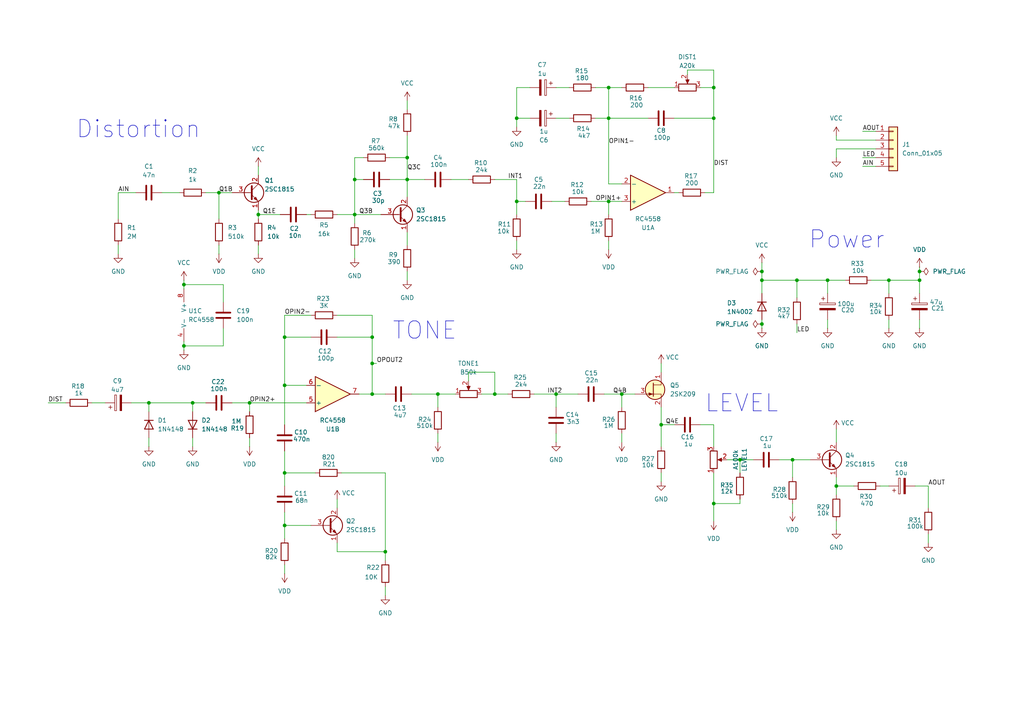
<source format=kicad_sch>
(kicad_sch (version 20231120) (generator "eeschema") (generator_version "8.0")
  (paper "A4")
  (lib_symbols
    (symbol "Amplifier_Operational:RC4558" (pin_names (offset 0.127))
      (property "Reference" "U" (at 0 5.08 0))
      (property "Value" "RC4558" (at 0 -5.08 0))
      (symbol "RC4558_1_1"
        (polyline (pts (xy -5.08 5.08) (xy 5.08 0) (xy -5.08 -5.08) (xy -5.08 5.08)) (stroke (width 0.254)) (fill (type background)))
        (pin output line (at 7.62 0 180) (length 2.54) (name "~") (number "1"))
        (pin input line (at -7.62 -2.54 0) (length 2.54) (name "-") (number "2"))
        (pin input line (at -7.62 2.54 0) (length 2.54) (name "+") (number "3"))
      )
      (symbol "RC4558_2_1"
        (polyline (pts (xy -5.08 5.08) (xy 5.08 0) (xy -5.08 -5.08) (xy -5.08 5.08)) (stroke (width 0.254)) (fill (type background)))
        (pin input line (at -7.62 2.54 0) (length 2.54) (name "+") (number "5"))
        (pin input line (at -7.62 -2.54 0) (length 2.54) (name "-") (number "6"))
        (pin output line (at 7.62 0 180) (length 2.54) (name "~") (number "7"))
      )
      (symbol "RC4558_3_1"
        (pin power_in line (at -2.54 -7.62 90) (length 3.81) (name "V-") (number "4"))
        (pin power_in line (at -2.54 7.62 270) (length 3.81) (name "V+") (number "8"))
      )
    )
    (symbol "Connector_Generic:Conn_01x05" (pin_names (offset 1.016) hide)
      (property "Reference" "J" (at 0 7.62 0))
      (property "Value" "Conn_01x05" (at 0 -7.62 0))
      (symbol "Conn_01x05_1_1"
        (rectangle (start -1.27 -4.953) (end 0 -5.207) (stroke (width 0.1524)))
        (rectangle (start -1.27 -2.413) (end 0 -2.667) (stroke (width 0.1524)))
        (rectangle (start -1.27 0.127) (end 0 -0.127) (stroke (width 0.1524)))
        (rectangle (start -1.27 2.667) (end 0 2.413) (stroke (width 0.1524)))
        (rectangle (start -1.27 5.207) (end 0 4.953) (stroke (width 0.1524)))
        (rectangle (start -1.27 6.35) (end 1.27 -6.35) (stroke (width 0.254)) (fill (type background)))
        (pin passive line (at -5.08 5.08 0) (length 3.81) (name "Pin_1") (number "1"))
        (pin passive line (at -5.08 2.54 0) (length 3.81) (name "Pin_2") (number "2"))
        (pin passive line (at -5.08 0 0) (length 3.81) (name "Pin_3") (number "3"))
        (pin passive line (at -5.08 -2.54 0) (length 3.81) (name "Pin_4") (number "4"))
        (pin passive line (at -5.08 -5.08 0) (length 3.81) (name "Pin_5") (number "5"))
      )
    )
    (symbol "Device:C" (pin_numbers hide) (pin_names (offset 0.254))
      (property "Reference" "C" (at 0.635 2.54 0))
      (property "Value" "C" (at 0.635 -2.54 0))
      (symbol "C_0_1"
        (polyline (pts (xy -2.032 -0.762) (xy 2.032 -0.762)) (stroke (width 0.508)))
        (polyline (pts (xy -2.032 0.762) (xy 2.032 0.762)) (stroke (width 0.508)))
      )
      (symbol "C_1_1"
        (pin passive line (at 0 3.81 270) (length 2.794) (name "~") (number "1"))
        (pin passive line (at 0 -3.81 90) (length 2.794) (name "~") (number "2"))
      )
    )
    (symbol "Device:C_Polarized" (pin_numbers hide) (pin_names (offset 0.254))
      (property "Reference" "C" (at 0.635 2.54 0))
      (property "Value" "C_Polarized" (at 0.635 -2.54 0))
      (symbol "C_Polarized_0_1"
        (rectangle (start -2.286 0.508) (end 2.286 1.016))
        (polyline (pts (xy -1.778 2.286) (xy -0.762 2.286)))
        (polyline (pts (xy -1.27 2.794) (xy -1.27 1.778)))
        (rectangle (start 2.286 -0.508) (end -2.286 -1.016) (fill (type outline)))
      )
      (symbol "C_Polarized_1_1"
        (pin passive line (at 0 3.81 270) (length 2.794) (name "~") (number "1"))
        (pin passive line (at 0 -3.81 90) (length 2.794) (name "~") (number "2"))
      )
    )
    (symbol "Device:R" (pin_numbers hide) (pin_names (offset 0))
      (property "Reference" "R" (at 2.032 0 90))
      (property "Value" "R" (at 0 0 90))
      (symbol "R_0_1"
        (rectangle (start -1.016 -2.54) (end 1.016 2.54) (stroke (width 0.254)))
      )
      (symbol "R_1_1"
        (pin passive line (at 0 3.81 270) (length 1.27) (name "~") (number "1"))
        (pin passive line (at 0 -3.81 90) (length 1.27) (name "~") (number "2"))
      )
    )
    (symbol "Device:R_Potentiometer" (pin_names (offset 1.016) hide)
      (property "Reference" "RV" (at -4.445 0 90))
      (property "Value" "R_Potentiometer" (at -2.54 0 90))
      (symbol "R_Potentiometer_0_1"
        (polyline (pts (xy 2.54 0) (xy 1.524 0)))
        (polyline (pts (xy 1.143 0) (xy 2.286 0.508) (xy 2.286 -0.508) (xy 1.143 0)) (fill (type outline)))
        (rectangle (start 1.016 2.54) (end -1.016 -2.54) (stroke (width 0.254)))
      )
      (symbol "R_Potentiometer_1_1"
        (pin passive line (at 0 3.81 270) (length 1.27) (name "1") (number "1"))
        (pin passive line (at 3.81 0 180) (length 1.27) (name "2") (number "2"))
        (pin passive line (at 0 -3.81 90) (length 1.27) (name "3") (number "3"))
      )
    )
    (symbol "Diode:1N4002" (pin_numbers hide) (pin_names hide)
      (property "Reference" "D" (at 0 2.54 0))
      (property "Value" "1N4002" (at 0 -2.54 0))
      (symbol "1N4002_0_1"
        (polyline (pts (xy -1.27 1.27) (xy -1.27 -1.27)) (stroke (width 0.254)))
        (polyline (pts (xy 1.27 0) (xy -1.27 0)))
        (polyline (pts (xy 1.27 1.27) (xy 1.27 -1.27) (xy -1.27 0) (xy 1.27 1.27)) (stroke (width 0.254)))
      )
      (symbol "1N4002_1_1"
        (pin passive line (at -3.81 0 0) (length 2.54) (name "K") (number "1"))
        (pin passive line (at 3.81 0 180) (length 2.54) (name "A") (number "2"))
      )
    )
    (symbol "Diode:1N4148" (pin_numbers hide) (pin_names hide)
      (property "Reference" "D" (at 0 2.54 0))
      (property "Value" "1N4148" (at 0 -2.54 0))
      (symbol "1N4148_0_1"
        (polyline (pts (xy -1.27 1.27) (xy -1.27 -1.27)) (stroke (width 0.254)))
        (polyline (pts (xy 1.27 0) (xy -1.27 0)))
        (polyline (pts (xy 1.27 1.27) (xy 1.27 -1.27) (xy -1.27 0) (xy 1.27 1.27)) (stroke (width 0.254)))
      )
      (symbol "1N4148_1_1"
        (pin passive line (at -3.81 0 0) (length 2.54) (name "K") (number "1"))
        (pin passive line (at 3.81 0 180) (length 2.54) (name "A") (number "2"))
      )
    )
    (symbol "PCM_Transistor_JFET_AKL:2SK209" (pin_names hide)
      (property "Reference" "Q" (at 5.08 1.27 0))
      (property "Value" "2SK209" (at 5.08 -1.27 0))
      (symbol "2SK209_0_1"
        (polyline (pts (xy -0.127 -1.27) (xy 0.381 -1.27)))
        (polyline (pts (xy 0.254 1.905) (xy 0.254 -1.905) (xy 0.254 -1.905)) (stroke (width 0.254)))
        (polyline (pts (xy 2.54 -2.54) (xy 2.54 -1.27) (xy 0.254 -1.27)))
        (polyline (pts (xy 2.54 2.54) (xy 2.54 1.397) (xy 0.254 1.397)))
        (polyline (pts (xy 0 -1.27) (xy -1.016 -0.889) (xy -1.016 -1.651) (xy 0 -1.27)) (fill (type outline)))
        (circle (center 0.762 0) (radius 2.8194) (stroke (width 0.254)) (fill (type background)))
      )
      (symbol "2SK209_1_1"
        (pin passive line (at 2.54 5.08 270) (length 2.54) (name "D") (number "1"))
        (pin passive line (at 2.54 -5.08 90) (length 2.54) (name "S") (number "2"))
        (pin input line (at -5.08 -1.27 0) (length 4.4958) (name "G") (number "3"))
      )
    )
    (symbol "Transistor_BJT:2SC1815" (pin_names (offset 0) hide)
      (property "Reference" "Q" (at 5.08 1.905 0))
      (property "Value" "2SC1815" (at 5.08 0 0))
      (symbol "2SC1815_0_1"
        (polyline (pts (xy 0 0) (xy 0.508 0)))
        (polyline (pts (xy 0.635 0.635) (xy 2.54 2.54)))
        (polyline (pts (xy 0.635 -0.635) (xy 2.54 -2.54) (xy 2.54 -2.54)))
        (polyline (pts (xy 0.635 1.905) (xy 0.635 -1.905) (xy 0.635 -1.905)) (stroke (width 0.508)))
        (polyline (pts (xy 1.27 -1.778) (xy 1.778 -1.27) (xy 2.286 -2.286) (xy 1.27 -1.778) (xy 1.27 -1.778)) (fill (type outline)))
        (circle (center 1.27 0) (radius 2.8194) (stroke (width 0.254)))
      )
      (symbol "2SC1815_1_1"
        (pin passive line (at 2.54 -5.08 90) (length 2.54) (name "E") (number "1"))
        (pin passive line (at 2.54 5.08 270) (length 2.54) (name "C") (number "2"))
        (pin input line (at -5.08 0 0) (length 5.08) (name "B") (number "3"))
      )
    )
    (symbol "power:GND" (power) (pin_numbers hide) (pin_names (offset 0) hide)
      (property "Value" "GND" (at 0 -3.81 0))
      (symbol "GND_0_1"
        (polyline (pts (xy 0 0) (xy 0 -1.27) (xy 1.27 -1.27) (xy 0 -2.54) (xy -1.27 -1.27) (xy 0 -1.27)))
      )
      (symbol "GND_1_1"
        (pin power_in line (at 0 0 270) (length 0) (name "~") (number "1"))
      )
    )
    (symbol "power:PWR_FLAG" (power) (pin_numbers hide) (pin_names (offset 0) hide)
      (property "Value" "PWR_FLAG" (at 0 3.81 0))
      (symbol "PWR_FLAG_0_0"
        (pin power_out line (at 0 0 90) (length 0) (name "~") (number "1"))
      )
      (symbol "PWR_FLAG_0_1"
        (polyline (pts (xy 0 0) (xy 0 1.27) (xy -1.016 1.905) (xy 0 2.54) (xy 1.016 1.905) (xy 0 1.27)))
      )
    )
    (symbol "power:VCC" (power) (pin_numbers hide) (pin_names (offset 0) hide)
      (property "Value" "VCC" (at 0 3.556 0))
      (symbol "VCC_0_1"
        (polyline (pts (xy -0.762 1.27) (xy 0 2.54)))
        (polyline (pts (xy 0 0) (xy 0 2.54)))
        (polyline (pts (xy 0 2.54) (xy 0.762 1.27)))
      )
      (symbol "VCC_1_1"
        (pin power_in line (at 0 0 90) (length 0) (name "~") (number "1"))
      )
    )
    (symbol "power:VDD" (power) (pin_numbers hide) (pin_names (offset 0) hide)
      (property "Value" "VDD" (at 0 3.556 0))
      (symbol "VDD_0_1"
        (polyline (pts (xy -0.762 1.27) (xy 0 2.54)))
        (polyline (pts (xy 0 0) (xy 0 2.54)))
        (polyline (pts (xy 0 2.54) (xy 0.762 1.27)))
      )
      (symbol "VDD_1_1"
        (pin power_in line (at 0 0 90) (length 0) (name "~") (number "1"))
      )
    )
  )
  (junction (at 74.93 62.23))
  (junction (at 176.53 58.42))
  (junction (at 266.7 81.28))
  (junction (at 55.88 116.84))
  (junction (at 149.86 58.42))
  (junction (at 149.86 34.29))
  (junction (at 102.87 52.07))
  (junction (at 111.76 160.02))
  (junction (at 180.34 114.3))
  (junction (at 102.87 62.23))
  (junction (at 72.39 116.84))
  (junction (at 176.53 25.4))
  (junction (at 63.5 55.88))
  (junction (at 207.01 34.29))
  (junction (at 82.55 111.76))
  (junction (at 118.11 52.07))
  (junction (at 257.81 81.28))
  (junction (at 214.63 133.35))
  (junction (at 82.55 152.4))
  (junction (at 143.51 114.3))
  (junction (at 107.95 105.41))
  (junction (at 231.14 81.28))
  (junction (at 118.11 45.72))
  (junction (at 229.87 133.35))
  (junction (at 107.95 114.3))
  (junction (at 127 114.3))
  (junction (at 207.01 146.05))
  (junction (at 82.55 137.16))
  (junction (at 43.18 116.84))
  (junction (at 161.29 114.3))
  (junction (at 220.98 93.98))
  (junction (at 220.98 78.74))
  (junction (at 82.55 97.79))
  (junction (at 53.34 100.33))
  (junction (at 53.34 82.55))
  (junction (at 242.57 140.97))
  (junction (at 191.77 123.19))
  (junction (at 240.03 81.28))
  (junction (at 176.53 34.29))
  (junction (at 207.01 25.4))
  (junction (at 266.7 78.74))
  (junction (at 107.95 97.79))
  (junction (at 220.98 81.28))
  (wire (pts (xy 59.69 55.88) (xy 63.5 55.88)))
  (wire (pts (xy 135.89 110.49) (xy 135.89 107.95)))
  (wire (pts (xy 199.39 20.32) (xy 207.01 20.32)))
  (wire (pts (xy 160.02 58.42) (xy 163.83 58.42)))
  (wire (pts (xy 118.11 67.31) (xy 118.11 71.12)))
  (wire (pts (xy 207.01 34.29) (xy 207.01 55.88)))
  (wire (pts (xy 214.63 133.35) (xy 214.63 137.16)))
  (wire (pts (xy 82.55 163.83) (xy 82.55 166.37)))
  (wire (pts (xy 191.77 118.11) (xy 191.77 123.19)))
  (wire (pts (xy 220.98 85.09) (xy 220.98 81.28)))
  (wire (pts (xy 82.55 137.16) (xy 91.44 137.16)))
  (wire (pts (xy 97.79 91.44) (xy 107.95 91.44)))
  (wire (pts (xy 149.86 25.4) (xy 149.86 34.29)))
  (wire (pts (xy 74.93 71.12) (xy 74.93 73.66)))
  (wire (pts (xy 118.11 52.07) (xy 123.19 52.07)))
  (wire (pts (xy 97.79 144.78) (xy 97.79 147.32)))
  (wire (pts (xy 26.67 116.84) (xy 30.48 116.84)))
  (wire (pts (xy 113.03 45.72) (xy 118.11 45.72)))
  (wire (pts (xy 220.98 93.98) (xy 220.98 95.25)))
  (wire (pts (xy 180.34 114.3) (xy 180.34 118.11)))
  (wire (pts (xy 53.34 82.55) (xy 64.77 82.55)))
  (wire (pts (xy 161.29 125.73) (xy 161.29 128.27)))
  (wire (pts (xy 63.5 71.12) (xy 63.5 73.66)))
  (wire (pts (xy 231.14 93.98) (xy 231.14 96.52)))
  (wire (pts (xy 250.19 38.1) (xy 254 38.1)))
  (wire (pts (xy 176.53 34.29) (xy 187.96 34.29)))
  (wire (pts (xy 265.43 140.97) (xy 269.24 140.97)))
  (wire (pts (xy 199.39 21.59) (xy 199.39 20.32)))
  (wire (pts (xy 107.95 114.3) (xy 111.76 114.3)))
  (wire (pts (xy 72.39 119.38) (xy 72.39 116.84)))
  (wire (pts (xy 107.95 114.3) (xy 107.95 105.41)))
  (wire (pts (xy 242.57 143.51) (xy 242.57 140.97)))
  (wire (pts (xy 176.53 34.29) (xy 176.53 53.34)))
  (wire (pts (xy 203.2 25.4) (xy 207.01 25.4)))
  (wire (pts (xy 187.96 25.4) (xy 195.58 25.4)))
  (wire (pts (xy 210.82 133.35) (xy 214.63 133.35)))
  (wire (pts (xy 242.57 124.46) (xy 242.57 128.27)))
  (wire (pts (xy 220.98 92.71) (xy 220.98 93.98)))
  (wire (pts (xy 229.87 138.43) (xy 229.87 133.35)))
  (wire (pts (xy 82.55 97.79) (xy 82.55 111.76)))
  (wire (pts (xy 220.98 78.74) (xy 220.98 81.28)))
  (wire (pts (xy 231.14 81.28) (xy 240.03 81.28)))
  (wire (pts (xy 250.19 48.26) (xy 254 48.26)))
  (wire (pts (xy 180.34 53.34) (xy 176.53 53.34)))
  (wire (pts (xy 242.57 140.97) (xy 242.57 138.43)))
  (wire (pts (xy 82.55 91.44) (xy 82.55 97.79)))
  (wire (pts (xy 53.34 99.06) (xy 53.34 100.33)))
  (wire (pts (xy 63.5 63.5) (xy 63.5 55.88)))
  (wire (pts (xy 53.34 81.28) (xy 53.34 82.55)))
  (wire (pts (xy 153.67 34.29) (xy 149.86 34.29)))
  (wire (pts (xy 82.55 130.81) (xy 82.55 137.16)))
  (wire (pts (xy 195.58 34.29) (xy 207.01 34.29)))
  (wire (pts (xy 72.39 116.84) (xy 88.9 116.84)))
  (wire (pts (xy 72.39 127) (xy 72.39 129.54)))
  (wire (pts (xy 127 125.73) (xy 127 128.27)))
  (wire (pts (xy 43.18 119.38) (xy 43.18 116.84)))
  (wire (pts (xy 74.93 62.23) (xy 81.28 62.23)))
  (wire (pts (xy 153.67 25.4) (xy 149.86 25.4)))
  (wire (pts (xy 143.51 114.3) (xy 147.32 114.3)))
  (wire (pts (xy 149.86 52.07) (xy 143.51 52.07)))
  (wire (pts (xy 82.55 137.16) (xy 82.55 140.97)))
  (wire (pts (xy 102.87 62.23) (xy 97.79 62.23)))
  (wire (pts (xy 99.06 137.16) (xy 111.76 137.16)))
  (wire (pts (xy 107.95 105.41) (xy 107.95 97.79)))
  (wire (pts (xy 242.57 43.18) (xy 254 43.18)))
  (wire (pts (xy 82.55 152.4) (xy 90.17 152.4)))
  (wire (pts (xy 214.63 144.78) (xy 214.63 146.05)))
  (wire (pts (xy 176.53 25.4) (xy 180.34 25.4)))
  (wire (pts (xy 118.11 78.74) (xy 118.11 81.28)))
  (wire (pts (xy 176.53 25.4) (xy 176.53 34.29)))
  (wire (pts (xy 111.76 137.16) (xy 111.76 160.02)))
  (wire (pts (xy 127 114.3) (xy 132.08 114.3)))
  (wire (pts (xy 105.41 45.72) (xy 102.87 45.72)))
  (wire (pts (xy 176.53 69.85) (xy 176.53 72.39)))
  (wire (pts (xy 149.86 62.23) (xy 149.86 58.42)))
  (wire (pts (xy 102.87 62.23) (xy 110.49 62.23)))
  (wire (pts (xy 118.11 29.21) (xy 118.11 31.75)))
  (wire (pts (xy 55.88 116.84) (xy 59.69 116.84)))
  (wire (pts (xy 250.19 45.72) (xy 254 45.72)))
  (wire (pts (xy 102.87 45.72) (xy 102.87 52.07)))
  (wire (pts (xy 107.95 91.44) (xy 107.95 97.79)))
  (wire (pts (xy 161.29 114.3) (xy 167.64 114.3)))
  (wire (pts (xy 242.57 140.97) (xy 247.65 140.97)))
  (wire (pts (xy 74.93 48.26) (xy 74.93 50.8)))
  (wire (pts (xy 149.86 69.85) (xy 149.86 72.39)))
  (wire (pts (xy 207.01 20.32) (xy 207.01 25.4)))
  (wire (pts (xy 242.57 151.13) (xy 242.57 153.67)))
  (wire (pts (xy 143.51 107.95) (xy 143.51 114.3)))
  (wire (pts (xy 229.87 146.05) (xy 229.87 148.59)))
  (wire (pts (xy 266.7 78.74) (xy 266.7 81.28)))
  (wire (pts (xy 38.1 116.84) (xy 43.18 116.84)))
  (wire (pts (xy 55.88 127) (xy 55.88 129.54)))
  (wire (pts (xy 113.03 52.07) (xy 118.11 52.07)))
  (wire (pts (xy 240.03 81.28) (xy 240.03 85.09)))
  (wire (pts (xy 119.38 114.3) (xy 127 114.3)))
  (wire (pts (xy 240.03 92.71) (xy 240.03 95.25)))
  (wire (pts (xy 64.77 82.55) (xy 64.77 87.63)))
  (wire (pts (xy 195.58 55.88) (xy 196.85 55.88)))
  (wire (pts (xy 207.01 137.16) (xy 207.01 146.05)))
  (wire (pts (xy 149.86 58.42) (xy 152.4 58.42)))
  (wire (pts (xy 82.55 148.59) (xy 82.55 152.4)))
  (wire (pts (xy 171.45 58.42) (xy 176.53 58.42)))
  (wire (pts (xy 180.34 125.73) (xy 180.34 128.27)))
  (wire (pts (xy 43.18 116.84) (xy 55.88 116.84)))
  (wire (pts (xy 180.34 114.3) (xy 184.15 114.3)))
  (wire (pts (xy 172.72 34.29) (xy 176.53 34.29)))
  (wire (pts (xy 207.01 25.4) (xy 207.01 34.29)))
  (wire (pts (xy 266.7 81.28) (xy 266.7 85.09)))
  (wire (pts (xy 63.5 55.88) (xy 67.31 55.88)))
  (wire (pts (xy 191.77 123.19) (xy 191.77 129.54)))
  (wire (pts (xy 149.86 34.29) (xy 149.86 36.83)))
  (wire (pts (xy 257.81 81.28) (xy 257.81 85.09)))
  (wire (pts (xy 172.72 25.4) (xy 176.53 25.4)))
  (wire (pts (xy 220.98 76.2) (xy 220.98 78.74)))
  (wire (pts (xy 266.7 81.28) (xy 257.81 81.28)))
  (wire (pts (xy 64.77 100.33) (xy 53.34 100.33)))
  (wire (pts (xy 88.9 62.23) (xy 90.17 62.23)))
  (wire (pts (xy 111.76 170.18) (xy 111.76 172.72)))
  (wire (pts (xy 269.24 140.97) (xy 269.24 147.32)))
  (wire (pts (xy 191.77 137.16) (xy 191.77 139.7)))
  (wire (pts (xy 105.41 52.07) (xy 102.87 52.07)))
  (wire (pts (xy 74.93 60.96) (xy 74.93 62.23)))
  (wire (pts (xy 161.29 114.3) (xy 154.94 114.3)))
  (wire (pts (xy 176.53 58.42) (xy 180.34 58.42)))
  (wire (pts (xy 214.63 133.35) (xy 218.44 133.35)))
  (wire (pts (xy 82.55 111.76) (xy 88.9 111.76)))
  (wire (pts (xy 118.11 39.37) (xy 118.11 45.72)))
  (wire (pts (xy 82.55 123.19) (xy 82.55 111.76)))
  (wire (pts (xy 149.86 58.42) (xy 149.86 52.07)))
  (wire (pts (xy 118.11 52.07) (xy 118.11 57.15)))
  (wire (pts (xy 242.57 39.37) (xy 242.57 40.64)))
  (wire (pts (xy 135.89 107.95) (xy 143.51 107.95)))
  (wire (pts (xy 255.27 140.97) (xy 257.81 140.97)))
  (wire (pts (xy 102.87 52.07) (xy 102.87 62.23)))
  (wire (pts (xy 90.17 97.79) (xy 82.55 97.79)))
  (wire (pts (xy 240.03 81.28) (xy 245.11 81.28)))
  (wire (pts (xy 143.51 114.3) (xy 139.7 114.3)))
  (wire (pts (xy 214.63 146.05) (xy 207.01 146.05)))
  (wire (pts (xy 207.01 129.54) (xy 207.01 123.19)))
  (wire (pts (xy 46.99 55.88) (xy 52.07 55.88)))
  (wire (pts (xy 53.34 100.33) (xy 53.34 101.6)))
  (wire (pts (xy 102.87 72.39) (xy 102.87 74.93)))
  (wire (pts (xy 203.2 123.19) (xy 207.01 123.19)))
  (wire (pts (xy 220.98 81.28) (xy 231.14 81.28)))
  (wire (pts (xy 97.79 160.02) (xy 111.76 160.02)))
  (wire (pts (xy 266.7 92.71) (xy 266.7 95.25)))
  (wire (pts (xy 269.24 154.94) (xy 269.24 157.48)))
  (wire (pts (xy 107.95 97.79) (xy 97.79 97.79)))
  (wire (pts (xy 74.93 62.23) (xy 74.93 63.5)))
  (wire (pts (xy 175.26 114.3) (xy 180.34 114.3)))
  (wire (pts (xy 266.7 77.47) (xy 266.7 78.74)))
  (wire (pts (xy 104.14 114.3) (xy 107.95 114.3)))
  (wire (pts (xy 191.77 105.41) (xy 191.77 107.95)))
  (wire (pts (xy 229.87 133.35) (xy 234.95 133.35)))
  (wire (pts (xy 161.29 34.29) (xy 165.1 34.29)))
  (wire (pts (xy 229.87 133.35) (xy 226.06 133.35)))
  (wire (pts (xy 242.57 40.64) (xy 254 40.64)))
  (wire (pts (xy 34.29 55.88) (xy 34.29 63.5)))
  (wire (pts (xy 34.29 71.12) (xy 34.29 73.66)))
  (wire (pts (xy 161.29 25.4) (xy 165.1 25.4)))
  (wire (pts (xy 43.18 127) (xy 43.18 129.54)))
  (wire (pts (xy 231.14 86.36) (xy 231.14 81.28)))
  (wire (pts (xy 252.73 81.28) (xy 257.81 81.28)))
  (wire (pts (xy 90.17 91.44) (xy 82.55 91.44)))
  (wire (pts (xy 82.55 152.4) (xy 82.55 156.21)))
  (wire (pts (xy 64.77 95.25) (xy 64.77 100.33)))
  (wire (pts (xy 191.77 123.19) (xy 195.58 123.19)))
  (wire (pts (xy 13.97 116.84) (xy 19.05 116.84)))
  (wire (pts (xy 55.88 119.38) (xy 55.88 116.84)))
  (wire (pts (xy 102.87 64.77) (xy 102.87 62.23)))
  (wire (pts (xy 34.29 55.88) (xy 39.37 55.88)))
  (wire (pts (xy 111.76 160.02) (xy 111.76 162.56)))
  (wire (pts (xy 53.34 82.55) (xy 53.34 83.82)))
  (wire (pts (xy 176.53 58.42) (xy 176.53 62.23)))
  (wire (pts (xy 127 118.11) (xy 127 114.3)))
  (wire (pts (xy 242.57 45.72) (xy 242.57 43.18)))
  (wire (pts (xy 67.31 116.84) (xy 72.39 116.84)))
  (wire (pts (xy 118.11 45.72) (xy 118.11 52.07)))
  (wire (pts (xy 97.79 157.48) (xy 97.79 160.02)))
  (wire (pts (xy 257.81 92.71) (xy 257.81 95.25)))
  (wire (pts (xy 130.81 52.07) (xy 135.89 52.07)))
  (wire (pts (xy 207.01 146.05) (xy 207.01 151.13)))
  (wire (pts (xy 204.47 55.88) (xy 207.01 55.88)))
  (wire (pts (xy 107.95 105.41) (xy 109.22 105.41)))
  (wire (pts (xy 161.29 118.11) (xy 161.29 114.3)))
  (text "Distortion" (at 40.132 37.592 0) (effects (font (size 5 5))))
  (text "LEVEL\n" (at 215.138 117.094 0) (effects (font (size 5 5))))
  (text "Power\n" (at 245.618 69.596 0) (effects (font (size 5 5))))
  (text "TONE\n" (at 123.19 96.012 0) (effects (font (size 5 5))))
  (label "INT2" (at 158.75 114.3 0))
  (label "Q3B" (at 104.14 62.23 0))
  (label "OPIN1+" (at 172.72 58.42 0))
  (label "OPIN1-" (at 176.53 41.91 0))
  (label "AOUT" (at 269.24 140.97 0))
  (label "Q1E" (at 76.2 62.23 0))
  (label "AIN" (at 34.29 55.88 0))
  (label "DIST" (at 207.01 48.26 0))
  (label "AOUT" (at 250.19 38.1 0))
  (label "OPOUT2" (at 109.22 105.41 0))
  (label "Q4E" (at 193.04 123.19 0))
  (label "INT1" (at 147.32 52.07 0))
  (label "Q4B" (at 177.8 114.3 0))
  (label "OPIN2-" (at 82.55 91.44 0))
  (label "Q1B" (at 63.5 55.88 0))
  (label "LED" (at 250.19 45.72 0))
  (label "Q3C" (at 118.11 49.53 0))
  (label "AIN" (at 250.19 48.26 0))
  (label "OPIN2+" (at 72.39 116.84 0))
  (label "LED" (at 231.14 96.52 0))
  (label "DIST" (at 13.97 116.84 0))
  (symbol (lib_id "power:VDD") (at 127 128.27 180) (unit 1)
    (property "Reference" "#PWR016" (effects (hide yes)))
    (property "Value" "VDD" (at 127 133.35 0))
    (property "Description" "Power symbol creates a global label with name \"VDD\"" (effects (hide yes)))
  )
  (symbol (lib_id "Device:C") (at 43.18 55.88 90) (unit 1)
    (property "Reference" "C1" (at 43.18 48.26 90))
    (property "Value" "47n" (at 43.18 50.8 90))
    (property "Footprint" "Capacitor_SMD:C_0603_1608Metric" (effects (hide yes)))
    (property "Datasheet" "https://ozdisan.com/pasif-komponentler/kapasitorler/smt-smd-ve-mlcc-kapasitorler/CC0603KRX7R9BB473/747782" (effects (hide yes)))
  )
  (symbol (lib_id "Device:R") (at 34.29 67.31 180) (unit 1)
    (property "Reference" "R1" (at 36.83 66.0399 0) (effects (justify right)))
    (property "Value" "2M" (at 36.83 68.5799 0) (effects (justify right)))
    (property "Footprint" "Resistor_SMD:R_0603_1608Metric" (effects (hide yes)))
  )
  (symbol (lib_id "power:GND") (at 111.76 172.72 0) (unit 1)
    (property "Reference" "#PWR013" (effects (hide yes)))
    (property "Value" "GND" (at 111.76 177.8 0))
    (property "Description" "Power symbol creates a global label with name \"GND\" , ground" (effects (hide yes)))
  )
  (symbol (lib_id "power:GND") (at 220.98 95.25 0) (unit 1)
    (property "Reference" "#PWR026" (effects (hide yes)))
    (property "Value" "GND" (at 220.98 100.33 0))
    (property "Description" "Power symbol creates a global label with name \"GND\" , ground" (effects (hide yes)))
  )
  (symbol (lib_id "power:GND") (at 191.77 139.7 0) (unit 1)
    (property "Reference" "#PWR023" (effects (hide yes)))
    (property "Value" "GND" (at 191.77 144.78 0))
    (property "Description" "Power symbol creates a global label with name \"GND\" , ground" (effects (hide yes)))
  )
  (symbol (lib_id "power:PWR_FLAG") (at 266.7 78.74 270) (unit 1)
    (property "Reference" "#FLG03" (effects (hide yes)))
    (property "Value" "PWR_FLAG" (at 270.51 78.7399 90) (effects (justify left)))
    (property "Description" "Special symbol for telling ERC where power comes from" (effects (hide yes)))
  )
  (symbol (lib_id "Device:C") (at 161.29 121.92 180) (unit 1)
    (property "Reference" "C14" (at 165.989 120.269 0))
    (property "Value" "3n3" (at 166.243 122.301 0))
    (property "Footprint" "Capacitor_SMD:C_0603_1608Metric" (effects (hide yes)))
    (property "Datasheet" "https://ozdisan.com/pasif-komponentler/kapasitorler/smt-smd-ve-mlcc-kapasitorler/CL10B332KB8NNNC/26813" (effects (hide yes)))
  )
  (symbol (lib_id "Device:R") (at 139.7 52.07 270) (unit 1)
    (property "Reference" "R10" (at 139.446 47.244 90))
    (property "Value" "24k" (at 139.7 49.276 90))
    (property "Footprint" "Resistor_SMD:R_0603_1608Metric" (effects (hide yes)))
  )
  (symbol (lib_id "Device:R_Potentiometer") (at 207.01 133.35 0) (mirror x) (unit 1)
    (property "Reference" "LEVEL1" (at 215.9 133.35 90))
    (property "Value" "A100k" (at 213.36 133.35 90))
    (property "Footprint" "Potentiometer_THT:Potentiometer_Bourns_PTV09A-1_Single_Vertical" (effects (hide yes)))
    (property "Datasheet" "https://www.e-komponent.com/1-gang-linear-snap-in-potentiometer-ptv09a-4225f-b104" (effects (hide yes)))
    (property "Description" "Potentiometer" (effects (hide yes)))
  )
  (symbol (lib_id "Device:R") (at 248.92 81.28 270) (unit 1)
    (property "Reference" "R33" (at 248.666 76.454 90))
    (property "Value" "10k" (at 248.92 78.486 90))
    (property "Footprint" "Resistor_SMD:R_0603_1608Metric" (effects (hide yes)))
  )
  (symbol (lib_id "power:VDD") (at 266.7 77.47 0) (unit 1)
    (property "Reference" "#PWR034" (effects (hide yes)))
    (property "Value" "VDD" (at 266.7 72.39 0))
    (property "Description" "Power symbol creates a global label with name \"VDD\"" (effects (hide yes)))
  )
  (symbol (lib_id "Device:C_Polarized") (at 157.48 34.29 270) (unit 1)
    (property "Reference" "C6" (at 157.734 40.64 90))
    (property "Value" "1u" (at 157.734 38.1 90))
    (property "Footprint" "Capacitor_SMD:CP_Elec_4x5.3" (effects (hide yes)))
    (property "Datasheet" "https://ozdisan.com/pasif-komponentler/kapasitorler/aluminyum-kapasitorler/SC1H105M04005VR/13094" (effects (hide yes)))
    (property "Description" "Polarized capacitor" (effects (hide yes)))
  )
  (symbol (lib_id "Amplifier_Operational:RC4558") (at 55.88 91.44 0) (unit 3)
    (property "Reference" "U1" (at 54.61 90.1699 0) (effects (justify left)))
    (property "Value" "RC4558" (at 54.61 92.7099 0) (effects (justify left)))
    (property "Footprint" "Package_SO:SOIC-8_3.9x4.9mm_P1.27mm" (effects (hide yes)))
    (property "Datasheet" "http://www.ti.com/lit/ds/symlink/rc4558.pdf" (effects (hide yes)))
  )
  (symbol (lib_id "Device:C") (at 115.57 114.3 90) (unit 1)
    (property "Reference" "C13" (at 115.824 118.364 90))
    (property "Value" "4u7" (at 116.078 120.396 90))
    (property "Footprint" "Capacitor_SMD:C_0603_1608Metric" (effects (hide yes)))
    (property "Datasheet" "https://ozdisan.com/pasif-komponentler/kapasitorler/smt-smd-ve-mlcc-kapasitorler/CL10A475KQ8NNNC/377945" (effects (hide yes)))
  )
  (symbol (lib_id "PCM_Transistor_JFET_AKL:2SK209") (at 189.23 113.03 0) (unit 1)
    (property "Reference" "Q5" (at 194.31 111.7599 0) (effects (justify left)))
    (property "Value" "2SK209" (at 194.31 114.2999 0) (effects (justify left)))
    (property "Footprint" "Package_TO_SOT_SMD:SC-59" (effects (hide yes)))
    (property "Datasheet" "https://www.e-komponent.com/jfet-n-channel-50-v" (effects (hide yes)))
    (property "Description" "SC-59 N-JFET transistor, 50V, 1.2mA, 150mW, Alternate KiCAD Library" (effects (hide yes)))
  )
  (symbol (lib_id "Device:R") (at 82.55 160.02 0) (unit 1)
    (property "Reference" "R20" (at 78.74 159.766 0))
    (property "Value" "82k" (at 78.74 161.544 0))
    (property "Footprint" "Resistor_SMD:R_0603_1608Metric" (effects (hide yes)))
  )
  (symbol (lib_id "power:VCC") (at 97.79 144.78 0) (unit 1)
    (property "Reference" "#PWR011" (effects (hide yes)))
    (property "Value" "VCC" (at 101.092 143.002 0))
    (property "Description" "Power symbol creates a global label with name \"VCC\"" (effects (hide yes)))
  )
  (symbol (lib_id "Device:C_Polarized") (at 157.48 25.4 270) (unit 1)
    (property "Reference" "C7" (at 157.226 18.796 90))
    (property "Value" "1u" (at 157.226 21.336 90))
    (property "Footprint" "Capacitor_SMD:CP_Elec_4x5.3" (effects (hide yes)))
    (property "Datasheet" "https://ozdisan.com/pasif-komponentler/kapasitorler/aluminyum-kapasitorler/SC1H105M04005VR/13094" (effects (hide yes)))
    (property "Description" "Polarized capacitor" (effects (hide yes)))
  )
  (symbol (lib_id "Device:R") (at 251.46 140.97 270) (unit 1)
    (property "Reference" "R30" (at 251.206 144.018 90))
    (property "Value" "470" (at 251.46 146.05 90))
    (property "Footprint" "Resistor_SMD:R_0603_1608Metric" (effects (hide yes)))
  )
  (symbol (lib_id "Device:R") (at 151.13 114.3 270) (unit 1)
    (property "Reference" "R25" (at 150.876 109.474 90))
    (property "Value" "2k4" (at 151.13 111.506 90))
    (property "Footprint" "Resistor_SMD:R_0603_1608Metric" (effects (hide yes)))
  )
  (symbol (lib_id "Connector_Generic:Conn_01x05") (at 259.08 43.18 0) (unit 1)
    (property "Reference" "J1" (at 261.62 41.9099 0) (effects (justify left)))
    (property "Value" "Conn_01x05" (at 261.62 44.4499 0) (effects (justify left)))
    (property "Footprint" "Connector_Wire:SolderWire-0.5sqmm_1x05_P4.6mm_D0.9mm_OD2.1mm" (effects (hide yes)))
    (property "Description" "Generic connector, single row, 01x05, script generated (kicad-library-utils/schlib/autogen/connector/)" (effects (hide yes)))
  )
  (symbol (lib_id "Device:C") (at 156.21 58.42 90) (unit 1)
    (property "Reference" "C5" (at 156.21 52.07 90))
    (property "Value" "22n" (at 156.464 54.102 90))
    (property "Footprint" "Capacitor_SMD:C_0603_1608Metric" (effects (hide yes)))
    (property "Datasheet" "https://ozdisan.com/pasif-komponentler/kapasitorler/smt-smd-ve-mlcc-kapasitorler/CL10B223KB8NNNC/11972" (effects (hide yes)))
  )
  (symbol (lib_id "Transistor_BJT:2SC1815") (at 115.57 62.23 0) (unit 1)
    (property "Reference" "Q3" (at 120.65 60.96 0) (effects (justify left)))
    (property "Value" "2SC1815" (at 120.65 63.5 0) (effects (justify left)))
    (property "Footprint" "Package_TO_SOT_THT:TO-92L_Inline" (effects (hide yes)))
    (property "Datasheet" "https://www.e-komponent.com/transistors-bipolar-bjt-transistor-npn-50v-13770" (effects (hide yes)))
  )
  (symbol (lib_id "Device:C_Polarized") (at 240.03 88.9 0) (unit 1)
    (property "Reference" "C20" (at 245.872 89.916 0))
    (property "Value" "100u" (at 245.364 88.138 0))
    (property "Footprint" "Capacitor_THT:CP_Radial_D5.0mm_P2.00mm" (effects (hide yes)))
    (property "Datasheet" "https://ozdisan.com/pasif-komponentler/kapasitorler/aluminyum-kapasitorler/PKR1-016V101MC110-TA5-0/340006" (effects (hide yes)))
    (property "Description" "Polarized capacitor" (effects (hide yes)))
  )
  (symbol (lib_id "power:GND") (at 34.29 73.66 0) (unit 1)
    (property "Reference" "#PWR01" (effects (hide yes)))
    (property "Value" "GND" (at 34.29 78.74 0))
    (property "Description" "Power symbol creates a global label with name \"GND\" , ground" (effects (hide yes)))
  )
  (symbol (lib_id "Device:C") (at 64.77 91.44 180) (unit 1)
    (property "Reference" "C19" (at 68.58 90.1699 0) (effects (justify right)))
    (property "Value" "100n" (at 68.58 92.7099 0) (effects (justify right)))
    (property "Footprint" "Capacitor_SMD:C_0603_1608Metric" (effects (hide yes)))
    (property "Datasheet" "https://ozdisan.com/Product/Detail/9739/CL10B104KB8NNNC" (effects (hide yes)))
  )
  (symbol (lib_id "Device:R") (at 95.25 137.16 270) (unit 1)
    (property "Reference" "R21" (at 95.504 134.62 90))
    (property "Value" "820" (at 95.25 132.588 90))
    (property "Footprint" "Resistor_SMD:R_0603_1608Metric" (effects (hide yes)))
  )
  (symbol (lib_id "Device:C") (at 222.25 133.35 90) (unit 1)
    (property "Reference" "C17" (at 222.25 127.254 90))
    (property "Value" "1u" (at 222.504 129.286 90))
    (property "Footprint" "Capacitor_SMD:C_0603_1608Metric" (effects (hide yes)))
    (property "Datasheet" "https://ozdisan.com/pasif-komponentler/kapasitorler/smt-smd-ve-mlcc-kapasitorler/CC0603KRX7R7BB105/494614" (effects (hide yes)))
  )
  (symbol (lib_id "Device:R") (at 180.34 121.92 0) (unit 1)
    (property "Reference" "R26" (at 176.53 121.666 0))
    (property "Value" "1M" (at 176.53 123.444 0))
    (property "Footprint" "Resistor_SMD:R_0603_1608Metric" (effects (hide yes)))
  )
  (symbol (lib_id "Device:R") (at 127 121.92 0) (unit 1)
    (property "Reference" "R24" (at 123.19 121.666 0))
    (property "Value" "510k" (at 123.19 123.444 0))
    (property "Footprint" "Resistor_SMD:R_0603_1608Metric" (effects (hide yes)))
  )
  (symbol (lib_id "Device:R") (at 63.5 67.31 0) (unit 1)
    (property "Reference" "R3" (at 66.04 66.0399 0) (effects (justify left)))
    (property "Value" "510k" (at 66.04 68.5799 0) (effects (justify left)))
    (property "Footprint" "Resistor_SMD:R_0603_1608Metric" (effects (hide yes)))
  )
  (symbol (lib_id "power:GND") (at 161.29 128.27 0) (unit 1)
    (property "Reference" "#PWR019" (effects (hide yes)))
    (property "Value" "GND" (at 161.29 133.35 0))
    (property "Description" "Power symbol creates a global label with name \"GND\" , ground" (effects (hide yes)))
  )
  (symbol (lib_id "Device:R") (at 191.77 133.35 0) (unit 1)
    (property "Reference" "R27" (at 187.96 133.096 0))
    (property "Value" "10k" (at 187.96 134.874 0))
    (property "Footprint" "Resistor_SMD:R_0603_1608Metric" (effects (hide yes)))
  )
  (symbol (lib_id "power:VDD") (at 229.87 148.59 180) (unit 1)
    (property "Reference" "#PWR027" (effects (hide yes)))
    (property "Value" "VDD" (at 229.87 153.67 0))
    (property "Description" "Power symbol creates a global label with name \"VDD\"" (effects (hide yes)))
  )
  (symbol (lib_id "power:VCC") (at 191.77 105.41 0) (unit 1)
    (property "Reference" "#PWR022" (effects (hide yes)))
    (property "Value" "VCC" (at 195.072 103.632 0))
    (property "Description" "Power symbol creates a global label with name \"VCC\"" (effects (hide yes)))
  )
  (symbol (lib_id "Device:R") (at 93.98 91.44 270) (unit 1)
    (property "Reference" "R23" (at 93.726 86.614 90))
    (property "Value" "3K" (at 93.98 88.646 90))
    (property "Footprint" "Resistor_SMD:R_0603_1608Metric" (effects (hide yes)))
  )
  (symbol (lib_id "Device:R_Potentiometer") (at 199.39 25.4 90) (unit 1)
    (property "Reference" "DIST1" (at 199.39 16.51 90))
    (property "Value" "A20k" (at 199.39 19.05 90))
    (property "Footprint" "Potentiometer_THT:Potentiometer_Bourns_PTV09A-1_Single_Vertical" (effects (hide yes)))
    (property "Datasheet" "https://www.e-komponent.com/1-gang-logarithmic-snap-in-potentiometer-ptv09a-4025f-a203" (effects (hide yes)))
    (property "Description" "Potentiometer" (effects (hide yes)))
  )
  (symbol (lib_id "power:GND") (at 118.11 81.28 0) (unit 1)
    (property "Reference" "#PWR015" (effects (hide yes)))
    (property "Value" "GND" (at 118.11 86.36 0))
    (property "Description" "Power symbol creates a global label with name \"GND\" , ground" (effects (hide yes)))
  )
  (symbol (lib_id "Device:R") (at 200.66 55.88 270) (unit 1)
    (property "Reference" "R17" (at 200.406 51.054 90))
    (property "Value" "200" (at 200.66 53.086 90))
    (property "Footprint" "Resistor_SMD:R_0603_1608Metric" (effects (hide yes)))
  )
  (symbol (lib_id "power:GND") (at 149.86 72.39 0) (unit 1)
    (property "Reference" "#PWR018" (effects (hide yes)))
    (property "Value" "GND" (at 149.86 77.47 0))
    (property "Description" "Power symbol creates a global label with name \"GND\" , ground" (effects (hide yes)))
  )
  (symbol (lib_id "power:VCC") (at 118.11 29.21 0) (unit 1)
    (property "Reference" "#PWR014" (effects (hide yes)))
    (property "Value" "VCC" (at 118.11 24.13 0))
    (property "Description" "Power symbol creates a global label with name \"VCC\"" (effects (hide yes)))
  )
  (symbol (lib_id "power:VCC") (at 242.57 39.37 0) (unit 1)
    (property "Reference" "#PWR029" (effects (hide yes)))
    (property "Value" "VCC" (at 242.57 34.29 0))
    (property "Description" "Power symbol creates a global label with name \"VCC\"" (effects (hide yes)))
  )
  (symbol (lib_id "Diode:1N4148") (at 43.18 123.19 270) (unit 1)
    (property "Reference" "D1" (at 45.72 121.9199 90) (effects (justify left)))
    (property "Value" "1N4148" (at 45.72 124.4599 90) (effects (justify left)))
    (property "Footprint" "Diode_THT:D_DO-35_SOD27_P7.62mm_Horizontal" (effects (hide yes)))
    (property "Datasheet" "https://assets.nexperia.com/documents/data-sheet/1N4148_1N4448.pdf" (effects (hide yes)))
    (property "Sim.Device" "D" (effects (hide yes)))
    (property "Sim.Pins" "1=K 2=A" (effects (hide yes)))
  )
  (symbol (lib_id "Diode:1N4148") (at 55.88 123.19 90) (unit 1)
    (property "Reference" "D2" (at 58.42 121.9199 90) (effects (justify right)))
    (property "Value" "1N4148" (at 58.42 124.4599 90) (effects (justify right)))
    (property "Footprint" "Diode_THT:D_DO-35_SOD27_P7.62mm_Horizontal" (effects (hide yes)))
    (property "Datasheet" "https://assets.nexperia.com/documents/data-sheet/1N4148_1N4448.pdf" (effects (hide yes)))
    (property "Sim.Device" "D" (effects (hide yes)))
    (property "Sim.Pins" "1=K 2=A" (effects (hide yes)))
  )
  (symbol (lib_id "Device:R") (at 118.11 35.56 0) (unit 1)
    (property "Reference" "R8" (at 114.046 34.544 0))
    (property "Value" "47k" (at 114.3 36.576 0))
    (property "Footprint" "Resistor_SMD:R_0603_1608Metric" (effects (hide yes)))
  )
  (symbol (lib_id "power:PWR_FLAG") (at 220.98 78.74 90) (unit 1)
    (property "Reference" "#FLG01" (effects (hide yes)))
    (property "Value" "PWR_FLAG" (at 217.17 78.7399 90) (effects (justify left)))
    (property "Description" "Special symbol for telling ERC where power comes from" (effects (hide yes)))
  )
  (symbol (lib_id "Diode:1N4002") (at 220.98 88.9 270) (unit 1)
    (property "Reference" "D3" (at 210.82 87.884 90) (effects (justify left)))
    (property "Value" "1N4002" (at 210.82 90.424 90) (effects (justify left)))
    (property "Footprint" "Diode_THT:D_DO-41_SOD81_P10.16mm_Horizontal" (effects (hide yes)))
    (property "Datasheet" "http://www.vishay.com/docs/88503/1n4001.pdf" (effects (hide yes)))
    (property "Sim.Device" "D" (effects (hide yes)))
    (property "Sim.Pins" "1=K 2=A" (effects (hide yes)))
  )
  (symbol (lib_id "power:GND") (at 242.57 153.67 0) (unit 1)
    (property "Reference" "#PWR032" (effects (hide yes)))
    (property "Value" "GND" (at 242.57 158.75 0))
    (property "Description" "Power symbol creates a global label with name \"GND\" , ground" (effects (hide yes)))
  )
  (symbol (lib_id "power:VDD") (at 63.5 73.66 180) (unit 1)
    (property "Reference" "#PWR06" (effects (hide yes)))
    (property "Value" "VDD" (at 63.5 78.74 0))
    (property "Description" "Power symbol creates a global label with name \"VDD\"" (effects (hide yes)))
  )
  (symbol (lib_id "power:VDD") (at 180.34 128.27 180) (unit 1)
    (property "Reference" "#PWR021" (effects (hide yes)))
    (property "Value" "VDD" (at 180.34 133.35 0))
    (property "Description" "Power symbol creates a global label with name \"VDD\"" (effects (hide yes)))
  )
  (symbol (lib_id "power:GND") (at 269.24 157.48 0) (unit 1)
    (property "Reference" "#PWR036" (effects (hide yes)))
    (property "Value" "GND" (at 269.24 162.56 0))
    (property "Description" "Power symbol creates a global label with name \"GND\" , ground" (effects (hide yes)))
  )
  (symbol (lib_id "Device:R") (at 257.81 88.9 0) (unit 1)
    (property "Reference" "R34" (at 254 88.646 0))
    (property "Value" "10k" (at 254 90.424 0))
    (property "Footprint" "Resistor_SMD:R_0603_1608Metric" (effects (hide yes)))
  )
  (symbol (lib_id "Device:C_Polarized") (at 34.29 116.84 90) (unit 1)
    (property "Reference" "C9" (at 34.036 110.49 90))
    (property "Value" "4u7" (at 34.036 113.03 90))
    (property "Footprint" "Capacitor_SMD:CP_Elec_4x5.4" (effects (hide yes)))
    (property "Datasheet" "https://ozdisan.com/pasif-komponentler/kapasitorler/aluminyum-kapasitorler/SC1V475M04005VR/592712" (effects (hide yes)))
    (property "Description" "Polarized capacitor" (effects (hide yes)))
  )
  (symbol (lib_id "power:GND") (at 55.88 129.54 0) (unit 1)
    (property "Reference" "#PWR05" (effects (hide yes)))
    (property "Value" "GND" (at 55.88 134.62 0))
    (property "Description" "Power symbol creates a global label with name \"GND\" , ground" (effects (hide yes)))
  )
  (symbol (lib_id "Device:R") (at 149.86 66.04 0) (unit 1)
    (property "Reference" "R11" (at 146.304 65.024 0))
    (property "Value" "10k" (at 146.05 67.056 0))
    (property "Footprint" "Resistor_SMD:R_0603_1608Metric" (effects (hide yes)))
  )
  (symbol (lib_id "Device:C") (at 199.39 123.19 90) (unit 1)
    (property "Reference" "C16" (at 199.39 126.746 90))
    (property "Value" "1u" (at 199.644 128.778 90))
    (property "Footprint" "Capacitor_SMD:C_0603_1608Metric" (effects (hide yes)))
    (property "Datasheet" "https://ozdisan.com/pasif-komponentler/kapasitorler/smt-smd-ve-mlcc-kapasitorler/CC0603KRX7R7BB105/494614" (effects (hide yes)))
  )
  (symbol (lib_id "Device:C") (at 171.45 114.3 90) (unit 1)
    (property "Reference" "C15" (at 171.45 108.204 90))
    (property "Value" "22n" (at 171.704 110.236 90))
    (property "Footprint" "Capacitor_SMD:C_0603_1608Metric" (effects (hide yes)))
    (property "Datasheet" "https://ozdisan.com/pasif-komponentler/kapasitorler/smt-smd-ve-mlcc-kapasitorler/CL10B223KB8NNNC/11972" (effects (hide yes)))
  )
  (symbol (lib_id "Device:R") (at 184.15 25.4 270) (unit 1)
    (property "Reference" "R16" (at 184.404 28.448 90))
    (property "Value" "200" (at 184.658 30.48 90))
    (property "Footprint" "Resistor_SMD:R_0603_1608Metric" (effects (hide yes)))
  )
  (symbol (lib_id "power:GND") (at 266.7 95.25 0) (unit 1)
    (property "Reference" "#PWR035" (effects (hide yes)))
    (property "Value" "GND" (at 266.7 100.33 0))
    (property "Description" "Power symbol creates a global label with name \"GND\" , ground" (effects (hide yes)))
  )
  (symbol (lib_id "Device:C") (at 63.5 116.84 90) (unit 1)
    (property "Reference" "C22" (at 63.246 110.744 90))
    (property "Value" "100n" (at 63.5 112.776 90))
    (property "Footprint" "Capacitor_SMD:C_0603_1608Metric" (effects (hide yes)))
    (property "Datasheet" "https://ozdisan.com/Product/Detail/9739/CL10B104KB8NNNC" (effects (hide yes)))
  )
  (symbol (lib_id "Device:R") (at 168.91 25.4 270) (unit 1)
    (property "Reference" "R15" (at 168.656 20.574 90))
    (property "Value" "180" (at 168.91 22.606 90))
    (property "Footprint" "Resistor_SMD:R_0603_1608Metric" (effects (hide yes)))
  )
  (symbol (lib_id "Transistor_BJT:2SC1815") (at 72.39 55.88 0) (unit 1)
    (property "Reference" "Q1" (at 76.708 52.324 0) (effects (justify left)))
    (property "Value" "2SC1815" (at 76.708 54.864 0) (effects (justify left)))
    (property "Footprint" "Package_TO_SOT_THT:TO-92L_Inline" (effects (hide yes)))
    (property "Datasheet" "https://www.e-komponent.com/transistors-bipolar-bjt-transistor-npn-50v-13770" (effects (hide yes)))
  )
  (symbol (lib_id "Device:C") (at 191.77 34.29 90) (unit 1)
    (property "Reference" "C8" (at 191.77 37.846 90))
    (property "Value" "100p" (at 192.024 39.878 90))
    (property "Footprint" "Capacitor_SMD:C_0603_1608Metric" (effects (hide yes)))
    (property "Datasheet" "https://ozdisan.com/pasif-komponentler/kapasitorler/smt-smd-ve-mlcc-kapasitorler/CL10C101JB8NNNC/11970" (effects (hide yes)))
  )
  (symbol (lib_id "Device:C") (at 82.55 144.78 180) (unit 1)
    (property "Reference" "C11" (at 87.249 143.129 0))
    (property "Value" "68n" (at 87.503 145.161 0))
    (property "Footprint" "Capacitor_SMD:C_0603_1608Metric" (effects (hide yes)))
    (property "Datasheet" "https://ozdisan.com/pasif-komponentler/kapasitorler/smt-smd-ve-mlcc-kapasitorler/CL10B683KB8NNNC/26343" (effects (hide yes)))
  )
  (symbol (lib_id "power:VDD") (at 72.39 129.54 180) (unit 1)
    (property "Reference" "#PWR07" (effects (hide yes)))
    (property "Value" "VDD" (at 72.39 134.62 0))
    (property "Description" "Power symbol creates a global label with name \"VDD\"" (effects (hide yes)))
  )
  (symbol (lib_id "Device:C") (at 85.09 62.23 90) (unit 1)
    (property "Reference" "C2" (at 85.344 66.294 90))
    (property "Value" "10n" (at 85.598 68.326 90))
    (property "Footprint" "Capacitor_SMD:C_0603_1608Metric" (effects (hide yes)))
    (property "Datasheet" "https://ozdisan.com/pasif-komponentler/kapasitorler/smt-smd-ve-mlcc-kapasitorler/CC0603KRX7R9BB103/747197" (effects (hide yes)))
  )
  (symbol (lib_id "Device:C") (at 127 52.07 90) (unit 1)
    (property "Reference" "C4" (at 127 45.72 90))
    (property "Value" "100n" (at 127.254 47.752 90))
    (property "Footprint" "Capacitor_SMD:C_0603_1608Metric" (effects (hide yes)))
    (property "Datasheet" "https://ozdisan.com/Product/Detail/9739/CL10B104KB8NNNC" (effects (hide yes)))
  )
  (symbol (lib_id "power:VCC") (at 220.98 76.2 0) (unit 1)
    (property "Reference" "#PWR025" (effects (hide yes)))
    (property "Value" "VCC" (at 220.98 71.12 0))
    (property "Description" "Power symbol creates a global label with name \"VCC\"" (effects (hide yes)))
  )
  (symbol (lib_id "power:GND") (at 242.57 45.72 0) (unit 1)
    (property "Reference" "#PWR030" (effects (hide yes)))
    (property "Value" "GND" (at 242.57 50.8 0))
    (property "Description" "Power symbol creates a global label with name \"GND\" , ground" (effects (hide yes)))
  )
  (symbol (lib_id "Device:R") (at 176.53 66.04 0) (unit 1)
    (property "Reference" "R13" (at 172.974 65.024 0))
    (property "Value" "1M" (at 172.72 67.056 0))
    (property "Footprint" "Resistor_SMD:R_0603_1608Metric" (effects (hide yes)))
  )
  (symbol (lib_id "Device:R") (at 168.91 34.29 270) (unit 1)
    (property "Reference" "R14" (at 169.164 37.338 90))
    (property "Value" "4k7" (at 169.418 39.37 90))
    (property "Footprint" "Resistor_SMD:R_0603_1608Metric" (effects (hide yes)))
  )
  (symbol (lib_id "Amplifier_Operational:RC4558") (at 187.96 55.88 0) (mirror x) (unit 1)
    (property "Reference" "U1" (at 187.96 66.04 0))
    (property "Value" "RC4558" (at 187.96 63.5 0))
    (property "Footprint" "Package_SO:SOIC-8_3.9x4.9mm_P1.27mm" (effects (hide yes)))
    (property "Datasheet" "http://www.ti.com/lit/ds/symlink/rc4558.pdf" (effects (hide yes)))
  )
  (symbol (lib_id "Device:R") (at 229.87 142.24 0) (unit 1)
    (property "Reference" "R28" (at 226.06 141.986 0))
    (property "Value" "510k" (at 226.06 143.764 0))
    (property "Footprint" "Resistor_SMD:R_0603_1608Metric" (effects (hide yes)))
  )
  (symbol (lib_id "Device:C") (at 93.98 97.79 90) (unit 1)
    (property "Reference" "C12" (at 94.234 101.854 90))
    (property "Value" "100p" (at 94.488 103.886 90))
    (property "Footprint" "Capacitor_SMD:C_0603_1608Metric" (effects (hide yes)))
    (property "Datasheet" "https://ozdisan.com/pasif-komponentler/kapasitorler/smt-smd-ve-mlcc-kapasitorler/CL10C101JB8NNNC/11970" (effects (hide yes)))
  )
  (symbol (lib_id "power:GND") (at 257.81 95.25 0) (unit 1)
    (property "Reference" "#PWR033" (effects (hide yes)))
    (property "Value" "GND" (at 257.81 100.33 0))
    (property "Description" "Power symbol creates a global label with name \"GND\" , ground" (effects (hide yes)))
  )
  (symbol (lib_id "Amplifier_Operational:RC4558") (at 96.52 114.3 0) (mirror x) (unit 2)
    (property "Reference" "U1" (at 96.52 124.46 0))
    (property "Value" "RC4558" (at 96.52 121.92 0))
    (property "Footprint" "Package_SO:SOIC-8_3.9x4.9mm_P1.27mm" (effects (hide yes)))
    (property "Datasheet" "http://www.ti.com/lit/ds/symlink/rc4558.pdf" (effects (hide yes)))
  )
  (symbol (lib_id "power:VCC") (at 242.57 124.46 0) (unit 1)
    (property "Reference" "#PWR031" (effects (hide yes)))
    (property "Value" "VCC" (at 245.872 122.682 0))
    (property "Description" "Power symbol creates a global label with name \"VCC\"" (effects (hide yes)))
  )
  (symbol (lib_id "Device:R") (at 74.93 67.31 0) (unit 1)
    (property "Reference" "R4" (at 77.47 66.0399 0) (effects (justify left)))
    (property "Value" "10k" (at 77.47 68.5799 0) (effects (justify left)))
    (property "Footprint" "Resistor_SMD:R_0603_1608Metric" (effects (hide yes)))
  )
  (symbol (lib_id "Device:R") (at 118.11 74.93 0) (unit 1)
    (property "Reference" "R9" (at 114.046 73.914 0))
    (property "Value" "390" (at 114.3 75.946 0))
    (property "Footprint" "Resistor_SMD:R_0603_1608Metric" (effects (hide yes)))
  )
  (symbol (lib_id "power:VCC") (at 74.93 48.26 0) (unit 1)
    (property "Reference" "#PWR08" (effects (hide yes)))
    (property "Value" "VCC" (at 74.93 43.18 0))
    (property "Description" "Power symbol creates a global label with name \"VCC\"" (effects (hide yes)))
  )
  (symbol (lib_id "Transistor_BJT:2SC1815") (at 95.25 152.4 0) (unit 1)
    (property "Reference" "Q2" (at 100.33 151.13 0) (effects (justify left)))
    (property "Value" "2SC1815" (at 100.33 153.67 0) (effects (justify left)))
    (property "Footprint" "Package_TO_SOT_THT:TO-92L_Inline" (effects (hide yes)))
    (property "Datasheet" "https://www.e-komponent.com/transistors-bipolar-bjt-transistor-npn-50v-13770" (effects (hide yes)))
  )
  (symbol (lib_id "power:VCC") (at 53.34 81.28 0) (unit 1)
    (property "Reference" "#PWR03" (effects (hide yes)))
    (property "Value" "VCC" (at 53.34 76.2 0))
    (property "Description" "Power symbol creates a global label with name \"VCC\"" (effects (hide yes)))
  )
  (symbol (lib_id "power:GND") (at 43.18 129.54 0) (unit 1)
    (property "Reference" "#PWR02" (effects (hide yes)))
    (property "Value" "GND" (at 43.18 134.62 0))
    (property "Description" "Power symbol creates a global label with name \"GND\" , ground" (effects (hide yes)))
  )
  (symbol (lib_id "power:GND") (at 102.87 74.93 0) (unit 1)
    (property "Reference" "#PWR012" (effects (hide yes)))
    (property "Value" "GND" (at 102.87 80.01 0))
    (property "Description" "Power symbol creates a global label with name \"GND\" , ground" (effects (hide yes)))
  )
  (symbol (lib_id "Device:R") (at 214.63 140.97 0) (unit 1)
    (property "Reference" "R35" (at 210.82 140.716 0))
    (property "Value" "12k" (at 210.82 142.494 0))
    (property "Footprint" "Resistor_SMD:R_0603_1608Metric" (effects (hide yes)))
  )
  (symbol (lib_id "Device:C_Polarized") (at 266.7 88.9 0) (unit 1)
    (property "Reference" "C21" (at 272.034 89.408 0))
    (property "Value" "47u" (at 271.526 87.63 0))
    (property "Footprint" "Capacitor_SMD:CP_Elec_5x5.3" (effects (hide yes)))
    (property "Datasheet" "https://ozdisan.com/pasif-komponentler/kapasitorler/aluminyum-kapasitorler/SC1C476M05005VR/27050" (effects (hide yes)))
    (property "Description" "Polarized capacitor" (effects (hide yes)))
  )
  (symbol (lib_id "Transistor_BJT:2SC1815") (at 240.03 133.35 0) (unit 1)
    (property "Reference" "Q4" (at 245.11 132.0799 0) (effects (justify left)))
    (property "Value" "2SC1815" (at 245.11 134.6199 0) (effects (justify left)))
    (property "Footprint" "Package_TO_SOT_THT:TO-92L_Inline" (effects (hide yes)))
    (property "Datasheet" "https://www.e-komponent.com/transistors-bipolar-bjt-transistor-npn-50v-13770" (effects (hide yes)))
  )
  (symbol (lib_id "Device:R") (at 111.76 166.37 0) (unit 1)
    (property "Reference" "R22" (at 108.204 164.592 0))
    (property "Value" "10K" (at 107.696 167.386 0))
    (property "Footprint" "Resistor_SMD:R_0603_1608Metric" (effects (hide yes)))
  )
  (symbol (lib_id "Device:R_Potentiometer") (at 135.89 114.3 90) (unit 1)
    (property "Reference" "TONE1" (at 135.89 105.41 90))
    (property "Value" "B50k" (at 135.89 107.95 90))
    (property "Footprint" "PT01:TRIM_PT01-D125D-B503" (effects (hide yes)))
    (property "Datasheet" "https://www.e-komponent.com/50k-ohm-1-gang-linear-through-hole-potentiometer" (effects (hide yes)))
    (property "Description" "Potentiometer" (effects (hide yes)))
  )
  (symbol (lib_id "power:PWR_FLAG") (at 220.98 93.98 90) (unit 1)
    (property "Reference" "#FLG02" (effects (hide yes)))
    (property "Value" "PWR_FLAG" (at 217.17 93.9799 90) (effects (justify left)))
    (property "Description" "Special symbol for telling ERC where power comes from" (effects (hide yes)))
  )
  (symbol (lib_id "Device:C") (at 82.55 127 180) (unit 1)
    (property "Reference" "C10" (at 87.249 125.349 0))
    (property "Value" "470n" (at 87.503 127.381 0))
    (property "Footprint" "Capacitor_SMD:C_0603_1608Metric" (effects (hide yes)))
    (property "Datasheet" "https://ozdisan.com/pasif-komponentler/kapasitorler/smt-smd-ve-mlcc-kapasitorler/CL10B474KA8NNNC/355575" (effects (hide yes)))
  )
  (symbol (lib_id "Device:R") (at 72.39 123.19 0) (unit 1)
    (property "Reference" "R19" (at 68.834 124.206 0))
    (property "Value" "1M" (at 68.58 122.174 0))
    (property "Footprint" "Resistor_SMD:R_0603_1608Metric" (effects (hide yes)))
  )
  (symbol (lib_id "power:VDD") (at 176.53 72.39 180) (unit 1)
    (property "Reference" "#PWR020" (effects (hide yes)))
    (property "Value" "VDD" (at 176.53 77.47 0))
    (property "Description" "Power symbol creates a global label with name \"VDD\"" (effects (hide yes)))
  )
  (symbol (lib_id "Device:C") (at 109.22 52.07 90) (unit 1)
    (property "Reference" "C3" (at 109.474 56.134 90))
    (property "Value" "30p" (at 109.728 58.166 90))
    (property "Footprint" "Capacitor_SMD:C_0603_1608Metric" (effects (hide yes)))
    (property "Datasheet" "https://ozdisan.com/pasif-komponentler/kapasitorler/smt-smd-ve-mlcc-kapasitorler/CC0603JRNPO9BN330/747241" (effects (hide yes)))
  )
  (symbol (lib_id "Device:R") (at 109.22 45.72 270) (unit 1)
    (property "Reference" "R7" (at 108.966 40.894 90))
    (property "Value" "560k" (at 109.22 42.926 90))
    (property "Footprint" "Resistor_SMD:R_0603_1608Metric" (effects (hide yes)))
  )
  (symbol (lib_id "Device:R") (at 242.57 147.32 0) (unit 1)
    (property "Reference" "R29" (at 238.76 147.066 0))
    (property "Value" "10k" (at 238.76 148.844 0))
    (property "Footprint" "Resistor_SMD:R_0603_1608Metric" (effects (hide yes)))
  )
  (symbol (lib_id "Device:R") (at 269.24 151.13 0) (unit 1)
    (property "Reference" "R31" (at 265.43 150.876 0))
    (property "Value" "100k" (at 265.43 152.654 0))
    (property "Footprint" "Resistor_SMD:R_0603_1608Metric" (effects (hide yes)))
  )
  (symbol (lib_id "power:GND") (at 240.03 95.25 0) (unit 1)
    (property "Reference" "#PWR028" (effects (hide yes)))
    (property "Value" "GND" (at 240.03 100.33 0))
    (property "Description" "Power symbol creates a global label with name \"GND\" , ground" (effects (hide yes)))
  )
  (symbol (lib_id "Device:R") (at 102.87 68.58 180) (unit 1)
    (property "Reference" "R6" (at 106.426 67.564 0))
    (property "Value" "270k" (at 106.68 69.596 0))
    (property "Footprint" "Resistor_SMD:R_0603_1608Metric" (effects (hide yes)))
  )
  (symbol (lib_id "Device:R") (at 93.98 62.23 90) (unit 1)
    (property "Reference" "R5" (at 93.98 65.278 90))
    (property "Value" "16k" (at 93.98 67.818 90))
    (property "Footprint" "Resistor_SMD:R_0603_1608Metric" (effects (hide yes)))
  )
  (symbol (lib_id "power:VDD") (at 207.01 151.13 180) (unit 1)
    (property "Reference" "#PWR024" (effects (hide yes)))
    (property "Value" "VDD" (at 207.01 156.21 0))
    (property "Description" "Power symbol creates a global label with name \"VDD\"" (effects (hide yes)))
  )
  (symbol (lib_id "Device:R") (at 55.88 55.88 270) (unit 1)
    (property "Reference" "R2" (at 55.88 49.53 90))
    (property "Value" "1k" (at 55.88 52.07 90))
    (property "Footprint" "Resistor_SMD:R_0603_1608Metric" (effects (hide yes)))
  )
  (symbol (lib_id "power:VDD") (at 82.55 166.37 180) (unit 1)
    (property "Reference" "#PWR010" (effects (hide yes)))
    (property "Value" "VDD" (at 82.55 171.45 0))
    (property "Description" "Power symbol creates a global label with name \"VDD\"" (effects (hide yes)))
  )
  (symbol (lib_id "Device:C_Polarized") (at 261.62 140.97 90) (unit 1)
    (property "Reference" "C18" (at 261.366 134.62 90))
    (property "Value" "10u" (at 261.366 137.16 90))
    (property "Footprint" "Capacitor_SMD:CP_Elec_5x5.3" (effects (hide yes)))
    (property "Datasheet" "https://ozdisan.com/pasif-komponentler/kapasitorler/aluminyum-kapasitorler/SC1V106M05005VR/10991" (effects (hide yes)))
    (property "Description" "Polarized capacitor" (effects (hide yes)))
  )
  (symbol (lib_id "power:GND") (at 74.93 73.66 0) (unit 1)
    (property "Reference" "#PWR09" (effects (hide yes)))
    (property "Value" "GND" (at 74.93 78.74 0))
    (property "Description" "Power symbol creates a global label with name \"GND\" , ground" (effects (hide yes)))
  )
  (symbol (lib_id "Device:R") (at 22.86 116.84 270) (unit 1)
    (property "Reference" "R18" (at 22.606 112.014 90))
    (property "Value" "1k" (at 22.86 114.046 90))
    (property "Footprint" "Resistor_SMD:R_0603_1608Metric" (effects (hide yes)))
  )
  (symbol (lib_id "Device:R") (at 167.64 58.42 270) (unit 1)
    (property "Reference" "R12" (at 167.386 53.594 90))
    (property "Value" "10k" (at 167.64 55.626 90))
    (property "Footprint" "Resistor_SMD:R_0603_1608Metric" (effects (hide yes)))
  )
  (symbol (lib_id "power:GND") (at 53.34 101.6 0) (unit 1)
    (property "Reference" "#PWR04" (effects (hide yes)))
    (property "Value" "GND" (at 53.34 106.68 0))
    (property "Description" "Power symbol creates a global label with name \"GND\" , ground" (effects (hide yes)))
  )
  (symbol (lib_id "power:GND") (at 149.86 36.83 0) (unit 1)
    (property "Reference" "#PWR017" (effects (hide yes)))
    (property "Value" "GND" (at 149.86 41.91 0))
    (property "Description" "Power symbol creates a global label with name \"GND\" , ground" (effects (hide yes)))
  )
  (symbol (lib_id "Device:R") (at 231.14 90.17 0) (unit 1)
    (property "Reference" "R32" (at 227.33 89.916 0))
    (property "Value" "4k7" (at 227.33 91.694 0))
    (property "Footprint" "Resistor_SMD:R_0603_1608Metric" (effects (hide yes)))
  )
)
</source>
